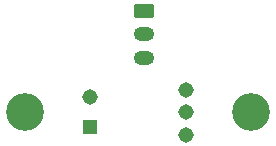
<source format=gbr>
%TF.GenerationSoftware,KiCad,Pcbnew,(6.0.0-0)*%
%TF.CreationDate,2022-11-26T20:19:59-08:00*%
%TF.ProjectId,Tap_Photosensor_PCB,5461705f-5068-46f7-946f-73656e736f72,rev?*%
%TF.SameCoordinates,Original*%
%TF.FileFunction,Soldermask,Bot*%
%TF.FilePolarity,Negative*%
%FSLAX46Y46*%
G04 Gerber Fmt 4.6, Leading zero omitted, Abs format (unit mm)*
G04 Created by KiCad (PCBNEW (6.0.0-0)) date 2022-11-26 20:19:59*
%MOMM*%
%LPD*%
G01*
G04 APERTURE LIST*
G04 Aperture macros list*
%AMRoundRect*
0 Rectangle with rounded corners*
0 $1 Rounding radius*
0 $2 $3 $4 $5 $6 $7 $8 $9 X,Y pos of 4 corners*
0 Add a 4 corners polygon primitive as box body*
4,1,4,$2,$3,$4,$5,$6,$7,$8,$9,$2,$3,0*
0 Add four circle primitives for the rounded corners*
1,1,$1+$1,$2,$3*
1,1,$1+$1,$4,$5*
1,1,$1+$1,$6,$7*
1,1,$1+$1,$8,$9*
0 Add four rect primitives between the rounded corners*
20,1,$1+$1,$2,$3,$4,$5,0*
20,1,$1+$1,$4,$5,$6,$7,0*
20,1,$1+$1,$6,$7,$8,$9,0*
20,1,$1+$1,$8,$9,$2,$3,0*%
G04 Aperture macros list end*
%ADD10RoundRect,0.250000X-0.625000X0.350000X-0.625000X-0.350000X0.625000X-0.350000X0.625000X0.350000X0*%
%ADD11O,1.750000X1.200000*%
%ADD12C,3.200000*%
%ADD13R,1.310000X1.310000*%
%ADD14C,1.310000*%
G04 APERTURE END LIST*
D10*
%TO.C,J1*%
X112925000Y-56900000D03*
D11*
X112925000Y-58900000D03*
X112925000Y-60900000D03*
%TD*%
D12*
%TO.C,REF\u002A\u002A*%
X102870000Y-65500000D03*
%TD*%
%TO.C,REF\u002A\u002A*%
X121930000Y-65500000D03*
%TD*%
D13*
%TO.C,U1*%
X108335000Y-66770000D03*
D14*
X108335000Y-64230000D03*
X116465000Y-63595000D03*
X116465000Y-65500000D03*
X116465000Y-67405000D03*
%TD*%
M02*

</source>
